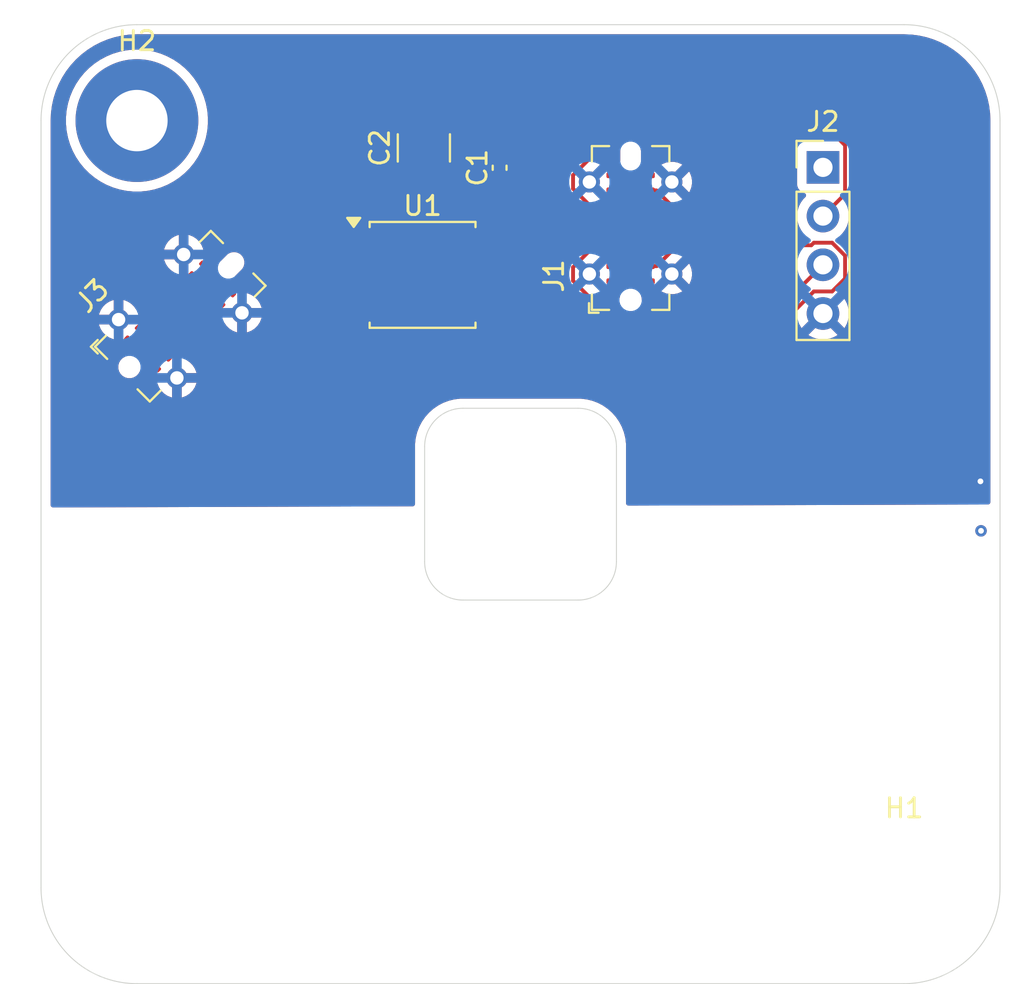
<source format=kicad_pcb>
(kicad_pcb (version 20241229) (generator "pcbnew") (generator_version "9.0")
  (layers (0 "F.Cu" signal) (2 "B.Cu" signal) (13 "F.Paste" user) (15 "B.Paste" user) (5 "F.SilkS" user "F.Silkscreen") (7 "B.SilkS" user "B.Silkscreen") (1 "F.Mask" user) (3 "B.Mask" user) (25 "Edge.Cuts" user))
  (net 0 "")
  (net 10 "Net-(J2-Pin_2)")
  (net 12 "Net-(J2-Pin_3)")
  (net 18 "GND")
  (net 22 "/V")
  (net 24 "Net-(U1-DI{slash}IO_{0})")
  (footprint "Connector_PinHeader_2.54mm:PinHeader_1x04_P2.54mm_Vertical" (layer "F.Cu") (at 140.77 107.44)
    (property "Reference" "J2" (at 0 -2.38 0) (layer "F.SilkS"))
    (property "Value" "Conn_01x04_Socket")
    (fp_line (start -1.38 -1.38) (end 0 -1.38) (stroke (width 0.12)) (layer "F.SilkS"))
    (fp_line (start -1.38 0) (end -1.38 -1.38) (stroke (width 0.12)) (layer "F.SilkS"))
    (fp_line (start -1.38 1.27) (end -1.38 9) (stroke (width 0.12)) (layer "F.SilkS"))
    (fp_line (start -1.38 1.27) (end 1.38 1.27) (stroke (width 0.12)) (layer "F.SilkS"))
    (fp_line (start -1.38 9) (end 1.38 9) (stroke (width 0.12)) (layer "F.SilkS"))
    (fp_line (start 1.38 1.27) (end 1.38 9) (stroke (width 0.12)) (layer "F.SilkS"))
    (pad "1" thru_hole rect (at 0 0) (size 1.7 1.7) (drill 1) (layers "*.Cu" "*.Mask"))
    (pad "2" thru_hole circle (at 0 2.54) (size 1.7 1.7) (drill 1) (layers "*.Cu" "*.Mask") (net 10 "Net-(J2-Pin_2)"))
    (pad "3" thru_hole circle (at 0 5.08) (size 1.7 1.7) (drill 1) (layers "*.Cu" "*.Mask") (net 12 "Net-(J2-Pin_3)"))
    (pad "4" thru_hole circle (at 0 7.62) (size 1.7 1.7) (drill 1) (layers "*.Cu" "*.Mask") (net 18 "GND"))
  )
  (footprint "Package_SO:SOIC-8_5.3x5.3mm_P1.27mm" (layer "F.Cu") (at 119.8925 113.045)
    (property "Reference" "U1" (at 0 -3.6 0) (layer "F.SilkS"))
    (property "Value" "W25Q16JVSS")
    (fp_line (start -2.76 -2.76) (end 2.76 -2.76) (stroke (width 0.12)) (layer "F.SilkS"))
    (fp_line (start -2.76 -2.49) (end -2.76 -2.76) (stroke (width 0.12)) (layer "F.SilkS"))
    (fp_line (start -2.76 2.76) (end -2.76 2.49) (stroke (width 0.12)) (layer "F.SilkS"))
    (fp_line (start 2.76 -2.76) (end 2.76 -2.49) (stroke (width 0.12)) (layer "F.SilkS"))
    (fp_line (start 2.76 2.49) (end 2.76 2.76) (stroke (width 0.12)) (layer "F.SilkS"))
    (fp_line (start 2.76 2.76) (end -2.76 2.76) (stroke (width 0.12)) (layer "F.SilkS"))
    (fp_poly (pts (xy -3.59 -2.5) (xy -3.93 -2.97) (xy -3.25 -2.97)) (stroke (width 0.12)) (fill yes) (layer "F.SilkS"))
    (pad "1" smd roundrect (at -3.5875 -1.905) (size 1.625 0.65) (layers "F.Cu" "F.Mask" "F.Paste"))
    (pad "2" smd roundrect (at -3.5875 -0.635) (size 1.625 0.65) (layers "F.Cu" "F.Mask" "F.Paste") (net 24 "Net-(U1-DI{slash}IO_{0})"))
    (pad "3" smd roundrect (at -3.5875 0.635) (size 1.625 0.65) (layers "F.Cu" "F.Mask" "F.Paste") (net 24 "Net-(U1-DI{slash}IO_{0})"))
    (pad "4" smd roundrect (at -3.5875 1.905) (size 1.625 0.65) (layers "F.Cu" "F.Mask" "F.Paste") (net 18 "GND"))
    (pad "5" smd roundrect (at 3.5875 1.905) (size 1.625 0.65) (layers "F.Cu" "F.Mask" "F.Paste") (net 24 "Net-(U1-DI{slash}IO_{0})"))
    (pad "6" smd roundrect (at 3.5875 0.635) (size 1.625 0.65) (layers "F.Cu" "F.Mask" "F.Paste"))
    (pad "7" smd roundrect (at 3.5875 -0.635) (size 1.625 0.65) (layers "F.Cu" "F.Mask" "F.Paste"))
    (pad "8" smd roundrect (at 3.5875 -1.905) (size 1.625 0.65) (layers "F.Cu" "F.Mask" "F.Paste") (net 22 "/V"))
  )
  (footprint "Capacitor_SMD:C_1210_3225Metric" (layer "F.Cu") (at 119.96 106.425 90)
    (property "Reference" "C2" (at 0 -2.3 90) (layer "F.SilkS"))
    (property "Value" "C")
    (fp_line (start -0.711252 -1.36) (end 0.711252 -1.36) (stroke (width 0.12)) (layer "F.SilkS"))
    (fp_line (start -0.711252 1.36) (end 0.711252 1.36) (stroke (width 0.12)) (layer "F.SilkS"))
    (pad "1" smd roundrect (at -1.475 0 90) (size 1.15 2.7) (layers "F.Cu" "F.Mask" "F.Paste") (roundrect_rratio 0.217391) (net 22 "/V"))
    (pad "2" smd roundrect (at 1.475 0 90) (size 1.15 2.7) (layers "F.Cu" "F.Mask" "F.Paste") (roundrect_rratio 0.217391) (net 18 "GND"))
  )
  (footprint "Connector_USB:USB_C_Receptacle_G-Switch_GT-USB-7051x" (layer "F.Cu") (at 130.74 110.6 90)
    (property "Reference" "J1" (at -2.5 -4 90) (layer "F.SilkS"))
    (property "Value" "USB_C_Receptacle_USB2.0_16P")
    (fp_line (start -4.42 -2.17) (end -3.92 -2.17) (stroke (width 0.12)) (layer "F.SilkS"))
    (fp_line (start -4.42 -2.17) (end -4.42 -1.67) (stroke (width 0.12)) (layer "F.SilkS"))
    (fp_line (start 4.27 -2.02) (end 3.47 -2.02) (stroke (width 0.12)) (layer "F.SilkS"))
    (fp_line (start 4.27 -2.02) (end 4.27 -1.12) (stroke (width 0.12)) (layer "F.SilkS"))
    (fp_line (start -4.27 -2.02) (end -3.47 -2.02) (stroke (width 0.12)) (layer "F.SilkS"))
    (fp_line (start -4.27 -2.02) (end -4.27 -1.12) (stroke (width 0.12)) (layer "F.SilkS"))
    (fp_line (start 4.27 2.02) (end 4.27 1.12) (stroke (width 0.12)) (layer "F.SilkS"))
    (fp_line (start 4.27 2.02) (end 3.47 2.02) (stroke (width 0.12)) (layer "F.SilkS"))
    (fp_line (start -4.27 2.02) (end -4.27 1.12) (stroke (width 0.12)) (layer "F.SilkS"))
    (fp_line (start -4.27 2.02) (end -3.47 2.02) (stroke (width 0.12)) (layer "F.SilkS"))
    (pad "" np_thru_hole circle (at -3.75 0 90) (size 0.66 0.66) (drill 0.66) (layers "*.Cu" "*.Mask"))
    (pad "" np_thru_hole oval (at 3.75 0 90) (size 1 0.58) (drill oval 1 0.58) (layers "*.Cu" "*.Mask"))
    (pad "A1" smd roundrect (at -2.78 -0.76 90) (size 0.3 1) (layers "F.Cu" "F.Mask" "F.Paste") (net 18 "GND"))
    (pad "A4" smd roundrect (at -1.99 -0.76 90) (size 0.3 1) (layers "F.Cu" "F.Mask" "F.Paste") (net 22 "/V"))
    (pad "A5" smd roundrect (at -1.2 -0.76 90) (size 0.3 1) (layers "F.Cu" "F.Mask" "F.Paste"))
    (pad "A6" smd roundrect (at -0.41 -0.76 90) (size 0.3 1) (layers "F.Cu" "F.Mask" "F.Paste") (net 12 "Net-(J2-Pin_3)"))
    (pad "A7" smd roundrect (at 0.38 -0.76 90) (size 0.3 1) (layers "F.Cu" "F.Mask" "F.Paste") (net 10 "Net-(J2-Pin_2)"))
    (pad "A8" smd roundrect (at 1.17 -0.76 90) (size 0.3 1) (layers "F.Cu" "F.Mask" "F.Paste"))
    (pad "A9" smd roundrect (at 1.96 -0.76 90) (size 0.3 1) (layers "F.Cu" "F.Mask" "F.Paste") (net 22 "/V"))
    (pad "A12" smd roundrect (at 2.75 -0.76 90) (size 0.3 1) (layers "F.Cu" "F.Mask" "F.Paste") (net 18 "GND"))
    (pad "B1" smd roundrect (at 2.75 0.76 90) (size 0.3 1) (layers "F.Cu" "F.Mask" "F.Paste") (net 18 "GND"))
    (pad "B4" smd roundrect (at 1.96 0.76 90) (size 0.3 1) (layers "F.Cu" "F.Mask" "F.Paste") (net 22 "/V"))
    (pad "B5" smd roundrect (at 1.17 0.76 90) (size 0.3 1) (layers "F.Cu" "F.Mask" "F.Paste"))
    (pad "B6" smd roundrect (at 0.38 0.76 90) (size 0.3 1) (layers "F.Cu" "F.Mask" "F.Paste"))
    (pad "B7" smd roundrect (at -0.41 0.76 90) (size 0.3 1) (layers "F.Cu" "F.Mask" "F.Paste"))
    (pad "B8" smd roundrect (at -1.2 0.76 90) (size 0.3 1) (layers "F.Cu" "F.Mask" "F.Paste"))
    (pad "B9" smd roundrect (at -1.99 0.76 90) (size 0.3 1) (layers "F.Cu" "F.Mask" "F.Paste") (net 22 "/V"))
    (pad "B12" smd roundrect (at -2.78 0.76 90) (size 0.3 1) (layers "F.Cu" "F.Mask" "F.Paste") (net 18 "GND"))
    (pad "S1" thru_hole circle (at -2.4 -2.15 90) (size 1.1 1.1) (drill 0.7) (property pad_prop_heatsink) (layers "*.Cu" "*.Mask" "F.Paste") (net 18 "GND"))
    (pad "S1" thru_hole circle (at -2.4 2.15 90) (size 1.1 1.1) (drill 0.7) (property pad_prop_heatsink) (layers "*.Cu" "*.Mask" "F.Paste") (net 18 "GND"))
    (pad "S1" thru_hole circle (at 2.4 -2.15 90) (size 1.1 1.1) (drill 0.7) (property pad_prop_heatsink) (layers "*.Cu" "*.Mask" "F.Paste") (net 18 "GND"))
    (pad "S1" thru_hole circle (at 2.4 2.15 90) (size 1.1 1.1) (drill 0.7) (property pad_prop_heatsink) (layers "*.Cu" "*.Mask" "F.Paste") (net 18 "GND"))
    (zone (net 0) (net_name "") (layer "F.Cu") (name "peg") (connect_pads (clearance 0)) (min_thickness 0.254)
      (keepout (tracks not_allowed) (vias not_allowed) (pads not_allowed) (copperpour not_allowed) (footprints not_allowed))
      (fill (thermal_gap 0.508) (thermal_bridge_width 0.508))
      (polygon (pts (xy 128.94 109.8) (xy 128.94 111.4) (xy 128.24 111.4) (xy 128.24 109.8)))
    )
    (zone (net 0) (net_name "") (layer "F.Cu") (name "peg") (connect_pads (clearance 0)) (min_thickness 0.254)
      (keepout (tracks not_allowed) (vias not_allowed) (pads not_allowed) (copperpour not_allowed) (footprints not_allowed))
      (fill (thermal_gap 0.508) (thermal_bridge_width 0.508))
      (polygon (pts (xy 133.24 109.8) (xy 133.24 111.4) (xy 132.54 111.4) (xy 132.54 109.8)))
    )
  )
  (footprint "Connector_USB:USB_C_Receptacle_G-Switch_GT-USB-7051x" (layer "F.Cu") (at 107.26 115.2 45)
    (property "Reference" "J3" (at -2.5 -4 45) (layer "F.SilkS"))
    (property "Value" "USB_C_Receptacle_USB2.0_16P")
    (fp_line (start -4.42 -2.17) (end -3.92 -2.17) (stroke (width 0.12)) (layer "F.SilkS"))
    (fp_line (start -4.42 -2.17) (end -4.42 -1.67) (stroke (width 0.12)) (layer "F.SilkS"))
    (fp_line (start -4.27 -2.02) (end -3.47 -2.02) (stroke (width 0.12)) (layer "F.SilkS"))
    (fp_line (start -4.27 -2.02) (end -4.27 -1.120001) (stroke (width 0.12)) (layer "F.SilkS"))
    (fp_line (start -4.27 2.02) (end -4.27 1.120001) (stroke (width 0.12)) (layer "F.SilkS"))
    (fp_line (start -4.27 2.02) (end -3.47 2.02) (stroke (width 0.12)) (layer "F.SilkS"))
    (fp_line (start 4.27 -2.02) (end 3.47 -2.02) (stroke (width 0.12)) (layer "F.SilkS"))
    (fp_line (start 4.27 -2.02) (end 4.27 -1.120001) (stroke (width 0.12)) (layer "F.SilkS"))
    (fp_line (start 4.27 2.02) (end 4.27 1.120001) (stroke (width 0.12)) (layer "F.SilkS"))
    (fp_line (start 4.27 2.02) (end 3.47 2.02) (stroke (width 0.12)) (layer "F.SilkS"))
    (pad "" np_thru_hole circle (at -3.749999 0 45) (size 0.66 0.66) (drill 0.66) (layers "*.Cu" "*.Mask"))
    (pad "" np_thru_hole oval (at 3.749999 0 45) (size 1 0.58) (drill oval 1 0.58) (layers "*.Cu" "*.Mask"))
    (pad "A1" smd roundrect (at -2.78 -0.76 45) (size 0.3 1) (layers "F.Cu" "F.Mask" "F.Paste") (net 18 "GND"))
    (pad "A4" smd roundrect (at -1.99 -0.76 45) (size 0.3 1) (layers "F.Cu" "F.Mask" "F.Paste") (net 22 "/V"))
    (pad "A5" smd roundrect (at -1.2 -0.76 45) (size 0.3 1) (layers "F.Cu" "F.Mask" "F.Paste"))
    (pad "A6" smd roundrect (at -0.41 -0.76 45) (size 0.3 1) (layers "F.Cu" "F.Mask" "F.Paste"))
    (pad "A7" smd roundrect (at 0.38 -0.76 45) (size 0.3 1) (layers "F.Cu" "F.Mask" "F.Paste"))
    (pad "A8" smd roundrect (at 1.17 -0.76 45) (size 0.3 1) (layers "F.Cu" "F.Mask" "F.Paste"))
    (pad "A9" smd roundrect (at 1.96 -0.76 45) (size 0.3 1) (layers "F.Cu" "F.Mask" "F.Paste") (net 22 "/V"))
    (pad "A12" smd roundrect (at 2.75 -0.76 45) (size 0.3 1) (layers "F.Cu" "F.Mask" "F.Paste") (net 18 "GND"))
    (pad "B1" smd roundrect (at 2.75 0.76 45) (size 0.3 1) (layers "F.Cu" "F.Mask" "F.Paste") (net 18 "GND"))
    (pad "B4" smd roundrect (at 1.96 0.76 45) (size 0.3 1) (layers "F.Cu" "F.Mask" "F.Paste") (net 22 "/V"))
    (pad "B5" smd roundrect (at 1.17 0.76 45) (size 0.3 1) (layers "F.Cu" "F.Mask" "F.Paste"))
    (pad "B6" smd roundrect (at 0.38 0.76 45) (size 0.3 1) (layers "F.Cu" "F.Mask" "F.Paste"))
    (pad "B7" smd roundrect (at -0.41 0.76 45) (size 0.3 1) (layers "F.Cu" "F.Mask" "F.Paste"))
    (pad "B8" smd roundrect (at -1.2 0.76 45) (size 0.3 1) (layers "F.Cu" "F.Mask" "F.Paste"))
    (pad "B9" smd roundrect (at -1.99 0.76 45) (size 0.3 1) (layers "F.Cu" "F.Mask" "F.Paste") (net 22 "/V"))
    (pad "B12" smd roundrect (at -2.78 0.76 45) (size 0.3 1) (layers "F.Cu" "F.Mask" "F.Paste") (net 18 "GND"))
    (pad "S1" thru_hole circle (at -2.4 -2.15 45) (size 1.1 1.1) (drill 0.7) (property pad_prop_heatsink) (layers "*.Cu" "*.Mask" "F.Paste") (net 18 "GND"))
    (pad "S1" thru_hole circle (at -2.4 2.15 45) (size 1.1 1.1) (drill 0.7) (property pad_prop_heatsink) (layers "*.Cu" "*.Mask" "F.Paste") (net 18 "GND"))
    (pad "S1" thru_hole circle (at 2.4 -2.15 45) (size 1.1 1.1) (drill 0.7) (property pad_prop_heatsink) (layers "*.Cu" "*.Mask" "F.Paste") (net 18 "GND"))
    (pad "S1" thru_hole circle (at 2.4 2.15 45) (size 1.1 1.1) (drill 0.7) (property pad_prop_heatsink) (layers "*.Cu" "*.Mask" "F.Paste") (net 18 "GND"))
    (zone (net 0) (net_name "") (layer "F.Cu") (name "peg") (connect_pads (clearance 0)) (min_thickness 0.254)
      (keepout (tracks not_allowed) (vias not_allowed) (pads not_allowed) (copperpour not_allowed) (footprints not_allowed))
      (fill (thermal_gap 0.508) (thermal_bridge_width 0.508))
      (polygon (pts (xy 106.552893 113.361522) (xy 105.421522 114.492893) (xy 104.926548 113.997918) (xy 106.057918 112.866548)))
    )
    (zone (net 0) (net_name "") (layer "F.Cu") (name "peg") (connect_pads (clearance 0)) (min_thickness 0.254)
      (keepout (tracks not_allowed) (vias not_allowed) (pads not_allowed) (copperpour not_allowed) (footprints not_allowed))
      (fill (thermal_gap 0.508) (thermal_bridge_width 0.508))
      (polygon (pts (xy 109.593452 116.402082) (xy 108.462082 117.533452) (xy 107.967107 117.038478) (xy 109.098478 115.907107)))
    )
  )
  (footprint "MountingHole:MountingHole_3.2mm_M3" (layer "F.Cu") (at 145 145)
    (property "Reference" "H1" (at 0 -4.15 0) (layer "F.SilkS"))
    (property "Value" "MountingHole")
    (pad "" np_thru_hole circle (at 0 0) (size 3.2 3.2) (drill 3.2) (layers "*.Cu" "*.Mask"))
  )
  (footprint "Capacitor_SMD:C_0402_1005Metric" (layer "F.Cu") (at 123.91 107.46 90)
    (property "Reference" "C1" (at 0 -1.16 90) (layer "F.SilkS"))
    (property "Value" "C")
    (fp_line (start -0.107836 -0.36) (end 0.107836 -0.36) (stroke (width 0.12)) (layer "F.SilkS"))
    (fp_line (start -0.107836 0.36) (end 0.107836 0.36) (stroke (width 0.12)) (layer "F.SilkS"))
    (pad "1" smd roundrect (at -0.48 0 90) (size 0.56 0.62) (layers "F.Cu" "F.Mask" "F.Paste") (net 22 "/V"))
    (pad "2" smd roundrect (at 0.48 0 90) (size 0.56 0.62) (layers "F.Cu" "F.Mask" "F.Paste") (net 18 "GND"))
  )
  (footprint "MountingHole:MountingHole_3.2mm_M3_Pad" (layer "F.Cu") (at 105 105)
    (property "Reference" "H2" (at 0 -4.15 0) (layer "F.SilkS"))
    (property "Value" "MountingHole_Pad")
    (pad "1" thru_hole circle (at 0 0) (size 6.4 6.4) (drill 3.2) (layers "*.Cu" "*.Mask"))
  )
  (gr_arc (start 105 150) (mid 101.464466 148.535534) (end 100 145) (stroke (width 0.05)) (layer "Edge.Cuts"))
  (gr_arc (start 145 100) (mid 148.535534 101.464466) (end 150 105) (stroke (width 0.05)) (layer "Edge.Cuts"))
  (gr_arc (start 122 130) (mid 120.585786 129.414214) (end 120 128) (stroke (width 0.05)) (layer "Edge.Cuts"))
  (gr_line (start 100 145) (end 100 105) (stroke (width 0.05)) (layer "Edge.Cuts"))
  (gr_arc (start 150 145) (mid 148.535534 148.535534) (end 145 150) (stroke (width 0.05)) (layer "Edge.Cuts"))
  (gr_line (start 150 105) (end 150 145) (stroke (width 0.05)) (layer "Edge.Cuts"))
  (gr_line (start 105 100) (end 145 100) (stroke (width 0.05)) (layer "Edge.Cuts"))
  (gr_arc (start 130 128) (mid 129.414214 129.414214) (end 128 130) (stroke (width 0.05)) (layer "Edge.Cuts"))
  (gr_line (start 145 150) (end 105 150) (stroke (width 0.05)) (layer "Edge.Cuts"))
  (gr_line (start 128 130) (end 122 130) (stroke (width 0.05)) (layer "Edge.Cuts"))
  (gr_arc (start 120 122) (mid 120.585786 120.585786) (end 122 120) (stroke (width 0.05)) (layer "Edge.Cuts"))
  (gr_line (start 122 120) (end 128 120) (stroke (width 0.05)) (layer "Edge.Cuts"))
  (gr_arc (start 100 105) (mid 101.464466 101.464466) (end 105 100) (stroke (width 0.05)) (layer "Edge.Cuts"))
  (gr_line (start 130 122) (end 130 128) (stroke (width 0.05)) (layer "Edge.Cuts"))
  (gr_line (start 120 128) (end 120 122) (stroke (width 0.05)) (layer "Edge.Cuts"))
  (gr_arc (start 128 120) (mid 129.414214 120.585786) (end 130 122) (stroke (width 0.05)) (layer "Edge.Cuts"))
  (via (at 149.01 126.39) (size 0.6) (drill 0.3) (layers "F.Cu" "B.Cu") (net 0))
  (segment (start 129.837504 105.749) (end 127.739 107.847504) (width 0.2) (layer "F.Cu") (net 10))
  (segment (start 141.381 105.749) (end 129.837504 105.749) (width 0.2) (layer "F.Cu") (net 10))
  (segment (start 127.739 108.552496) (end 128.849328 109.662824) (width 0.2) (layer "F.Cu") (net 10))
  (segment (start 128.849328 109.662824) (end 129.179 109.662824) (width 0.2) (layer "F.Cu") (net 10))
  (segment (start 140.77 109.98) (end 141.921 108.829) (width 0.2) (layer "F.Cu") (net 10))
  (segment (start 141.921 106.289) (end 141.381 105.749) (width 0.2) (layer "F.Cu") (net 10))
  (segment (start 129.736176 110.22) (end 129.98 110.22) (width 0.2) (layer "F.Cu") (net 10))
  (segment (start 129.179 109.662824) (end 129.736176 110.22) (width 0.2) (layer "F.Cu") (net 10))
  (segment (start 127.739 107.847504) (end 127.739 108.552496) (width 0.2) (layer "F.Cu") (net 10))
  (segment (start 141.921 108.829) (end 141.921 106.289) (width 0.2) (layer "F.Cu") (net 10))
  (segment (start 140.77 112.52) (end 138.259 115.031) (width 0.2) (layer "F.Cu") (net 12))
  (segment (start 129.417504 115.031) (end 127.739 113.352496) (width 0.2) (layer "F.Cu") (net 12))
  (segment (start 129.179 111.567176) (end 129.736176 111.01) (width 0.2) (layer "F.Cu") (net 12))
  (segment (start 127.739 113.352496) (end 127.739 112.647504) (width 0.2) (layer "F.Cu") (net 12))
  (segment (start 127.739 112.647504) (end 128.819328 111.567176) (width 0.2) (layer "F.Cu") (net 12))
  (segment (start 138.259 115.031) (end 129.417504 115.031) (width 0.2) (layer "F.Cu") (net 12))
  (segment (start 128.819328 111.567176) (end 129.179 111.567176) (width 0.2) (layer "F.Cu") (net 12))
  (segment (start 129.736176 111.01) (end 129.98 111.01) (width 0.2) (layer "F.Cu") (net 12))
  (via (at 148.98 123.81) (size 0.6) (drill 0.3) (layers "F.Cu" "B.Cu") (net 18))
  (segment (start 129.98 108.64) (end 131.099 108.64) (width 0.2) (layer "F.Cu") (net 22))
  (segment (start 133.341 109.758164) (end 133.341 111.441836) (width 0.2) (layer "F.Cu") (net 22))
  (segment (start 132.08 108.64) (end 133.139 109.699) (width 0.2) (layer "F.Cu") (net 22))
  (segment (start 140.16124 111.501) (end 140.29324 111.369) (width 0.2) (layer "F.Cu") (net 22))
  (segment (start 128.584499 115.432) (end 124.292499 111.14) (width 0.2) (layer "F.Cu") (net 22))
  (segment (start 141.921 112.04324) (end 141.921 113.23476) (width 0.2) (layer "F.Cu") (net 22))
  (segment (start 123.82 107.94) (end 123.91 107.94) (width 0.2) (layer "F.Cu") (net 22))
  (segment (start 138.77024 115.432) (end 128.584499 115.432) (width 0.2) (layer "F.Cu") (net 22))
  (segment (start 123.78 107.9) (end 123.82 107.94) (width 0.2) (layer "F.Cu") (net 22))
  (segment (start 140.29324 111.369) (end 141.24676 111.369) (width 0.2) (layer "F.Cu") (net 22))
  (segment (start 131.5 112.59) (end 129.98 112.59) (width 0.2) (layer "F.Cu") (net 22))
  (segment (start 141.24676 113.909) (end 140.29324 113.909) (width 0.2) (layer "F.Cu") (net 22))
  (segment (start 133.281836 109.699) (end 133.341 109.758164) (width 0.2) (layer "F.Cu") (net 22))
  (segment (start 131.5 112.59) (end 132.096504 112.59) (width 0.2) (layer "F.Cu") (net 22))
  (segment (start 133.139 109.699) (end 133.281836 109.699) (width 0.2) (layer "F.Cu") (net 22))
  (segment (start 133.185504 111.501) (end 140.16124 111.501) (width 0.2) (layer "F.Cu") (net 22))
  (segment (start 123.48 111.14) (end 123.91 110.71) (width 0.2) (layer "F.Cu") (net 22))
  (segment (start 133.281836 111.501) (end 133.185504 111.501) (width 0.2) (layer "F.Cu") (net 22))
  (segment (start 141.24676 111.369) (end 141.921 112.04324) (width 0.2) (layer "F.Cu") (net 22))
  (segment (start 133.341 111.441836) (end 133.281836 111.501) (width 0.2) (layer "F.Cu") (net 22))
  (segment (start 140.29324 113.909) (end 138.77024 115.432) (width 0.2) (layer "F.Cu") (net 22))
  (segment (start 131.5 108.64) (end 132.08 108.64) (width 0.2) (layer "F.Cu") (net 22))
  (segment (start 132.096504 112.59) (end 133.185504 111.501) (width 0.2) (layer "F.Cu") (net 22))
  (segment (start 123.91 110.71) (end 123.91 107.94) (width 0.2) (layer "F.Cu") (net 22))
  (segment (start 141.921 113.23476) (end 141.24676 113.909) (width 0.2) (layer "F.Cu") (net 22))
  (segment (start 124.292499 111.14) (end 123.48 111.14) (width 0.2) (layer "F.Cu") (net 22))
  (segment (start 119.96 107.9) (end 123.78 107.9) (width 0.2) (layer "F.Cu") (net 22))
  (segment (start 123.48 114.95) (end 120.69 114.95) (width 0.2) (layer "F.Cu") (net 24))
  (segment (start 119.42 113.68) (end 116.305 113.68) (width 0.2) (layer "F.Cu") (net 24))
  (segment (start 116.305 112.41) (end 116.305 113.68) (width 0.2) (layer "F.Cu") (net 24))
  (segment (start 120.69 114.95) (end 119.42 113.68) (width 0.2) (layer "F.Cu") (net 24))
  (zone (net 18) (net_name "GND") (layers "F.Cu" "B.Cu") (connect_pads (clearance 0.5)) (min_thickness 0.25) (fill yes (thermal_gap 0.5) (thermal_bridge_width 0.5))
    (polygon (pts (xy 98.08 98.72) (xy 151.27 98.72) (xy 151.22 125.01) (xy 97.86 125.18)))
  )
)
</source>
